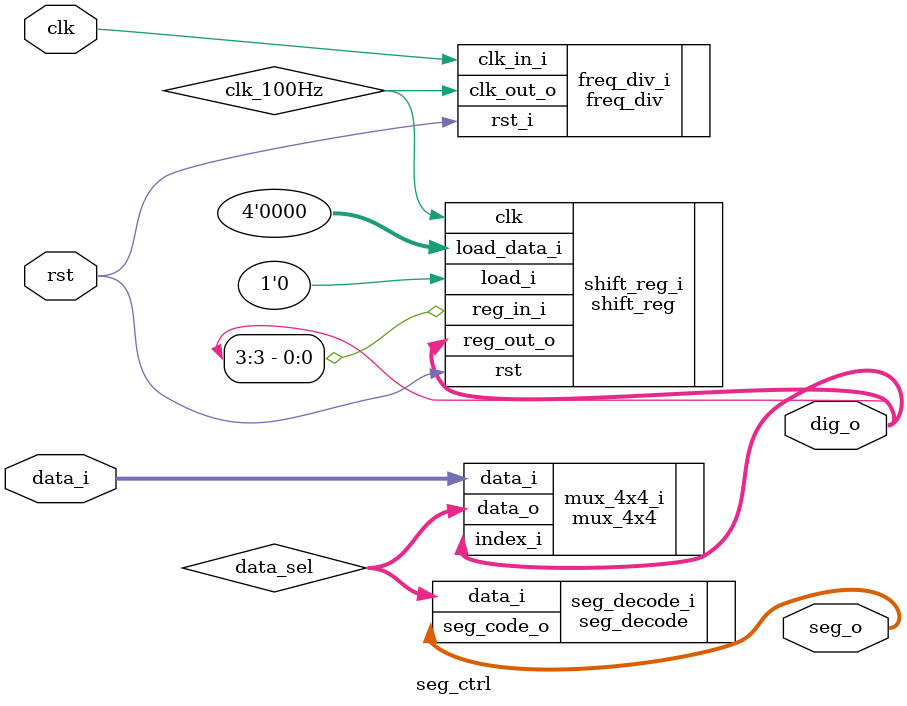
<source format=v>
`timescale 1ns/1ns
module seg_ctrl #(
    parameter DIG_WIDTH =4
)(
   input    clk,
   input    rst,
   input [DIG_WIDTH*4-1:0] data_i,
   output [DIG_WIDTH-1:0]   dig_o,
   output [7:0]      seg_o
);

  localparam CLK_IN_FREQ =1000000;   //越小越稳定
  wire clk_100Hz;

   freq_div #(
    .DIV_RATE_2N (CLK_IN_FREQ/100)
) freq_div_i (
   .clk_in_i (clk),
   .rst_i    (rst),
   .clk_out_o  (clk_100Hz)
);

    shift_reg #(
    .WIDTH   (4),
    .INIT_VALUE (4'h1)
)shift_reg_i (
    .clk          (clk_100Hz),
    .rst          (rst),
    .load_i       (1'b0),
    .load_data_i  (4'h0),
    .reg_in_i     (dig_o[3]),
    .reg_out_o    (dig_o[3:0])
);

   wire [3:0] data_sel;
   mux_4x4 mux_4x4_i(
    .index_i      (dig_o[3:0]),
    .data_i       (data_i[15:0]),
    .data_o       (data_sel[3:0])
);
   seg_decode seg_decode_i(
    .data_i       (data_sel[3:0]),
    .seg_code_o    (seg_o[7:0])
);
endmodule

</source>
